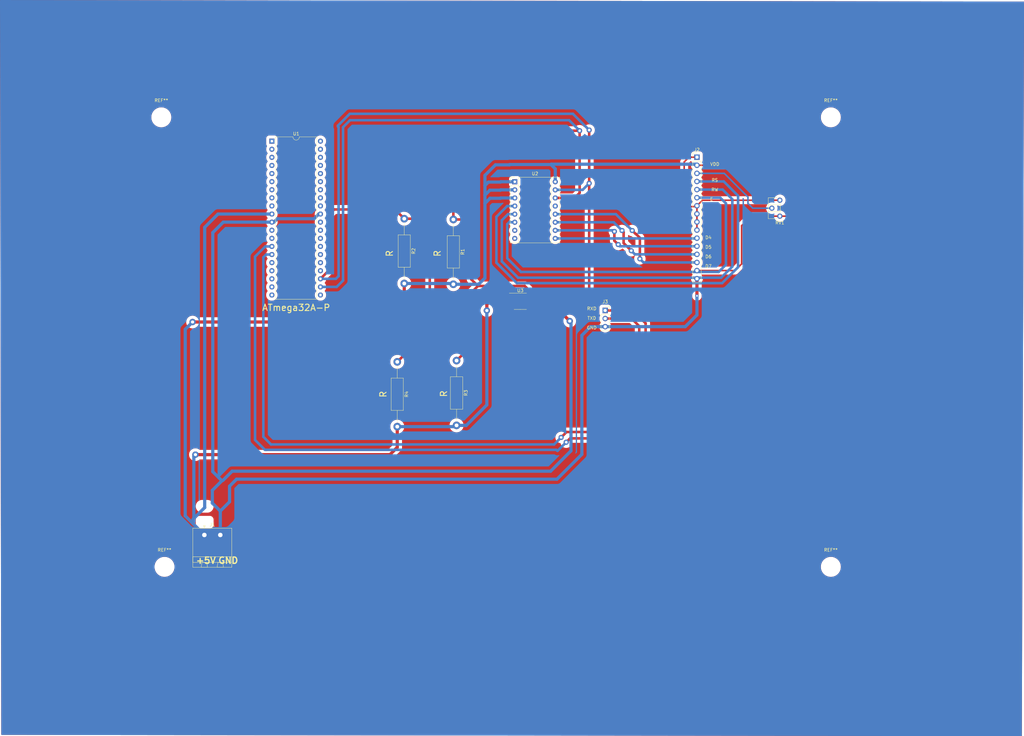
<source format=kicad_pcb>
(kicad_pcb (version 20211014) (generator pcbnew)
  (layers (0 "F.Cu" signal) (31 "B.Cu" signal) (34 "B.Paste" user) (35 "F.Paste" user) (36 "B.SilkS" user "B.Silkscreen") (37 "F.SilkS" user "F.Silkscreen") (38 "B.Mask" user) (39 "F.Mask" user) (44 "Edge.Cuts" user))
  (net 0 "")
  (net 1 "Net-(J1-Pad1)")
  (net 2 "Net-(J1-Pad2)")
  (net 3 "Net-(R1-Pad1)")
  (net 4 "Net-(R2-Pad1)")
  (net 5 "Net-(J3-Pad1)")
  (net 6 "Net-(J3-Pad2)")
  (net 47 "Net-(RV1-Pad2)")
  (net 48 "Net-(U2-Pad4)")
  (net 49 "Net-(U2-Pad5)")
  (net 50 "Net-(U2-Pad6)")
  (net 51 "Net-(U2-Pad9)")
  (net 52 "Net-(U2-Pad10)")
  (net 53 "Net-(U2-Pad11)")
  (net 54 "Net-(U2-Pad12)")
  (footprint "Package_SO:SOIC-8_3.9x4.9mm_P1.27mm" (layer "F.Cu") (at 152.6 83.7)
    (fp_text reference "U3" (at 0 -3.4) (layer "F.SilkS"))
    (fp_text value "DS3232M")
    (fp_line (start 0 2.56) (end -1.95 2.56) (layer "F.SilkS") (width 0.12))
    (fp_line (start 0 -2.56) (end 1.95 -2.56) (layer "F.SilkS") (width 0.12))
    (fp_line (start 0 -2.56) (end -3.45 -2.56) (layer "F.SilkS") (width 0.12))
    (fp_line (start 0 2.56) (end 1.95 2.56) (layer "F.SilkS") (width 0.12))
    (pad "1" smd roundrect (at -2.475 -1.905) (size 1.95 0.6) (layers "F.Cu" "F.Paste" "F.Mask"))
    (pad "2" smd roundrect (at -2.475 -0.635) (size 1.95 0.6) (layers "F.Cu" "F.Paste" "F.Mask") (net 1 "Net-(J1-Pad1)"))
    (pad "3" smd roundrect (at -2.475 0.635) (size 1.95 0.6) (layers "F.Cu" "F.Paste" "F.Mask"))
    (pad "4" smd roundrect (at -2.475 1.905) (size 1.95 0.6) (layers "F.Cu" "F.Paste" "F.Mask"))
    (pad "5" smd roundrect (at 2.475 1.905) (size 1.95 0.6) (layers "F.Cu" "F.Paste" "F.Mask") (net 2 "Net-(J1-Pad2)"))
    (pad "6" smd roundrect (at 2.475 0.635) (size 1.95 0.6) (layers "F.Cu" "F.Paste" "F.Mask"))
    (pad "7" smd roundrect (at 2.475 -0.635) (size 1.95 0.6) (layers "F.Cu" "F.Paste" "F.Mask") (net 4 "Net-(R2-Pad1)"))
    (pad "8" smd roundrect (at 2.475 -1.905) (size 1.95 0.6) (layers "F.Cu" "F.Paste" "F.Mask") (net 3 "Net-(R1-Pad1)"))
  )
  (footprint "Module:Pololu_Breakout-16_15.2x20.3mm" (layer "F.Cu") (at 150.86 46.21)
    (fp_text reference "U2" (at 6.35 -2.54) (layer "F.SilkS"))
    (fp_text value "PCF8574")
    (fp_line (start 1.27 -1.4) (end 1.27 1.27) (layer "F.SilkS") (width 0.12))
    (fp_line (start 1.27 1.27) (end 1.27 19.18) (layer "F.SilkS") (width 0.12))
    (fp_line (start 0 -1.4) (end -1.4 -1.4) (layer "F.SilkS") (width 0.12))
    (fp_line (start 11.43 -1.4) (end 11.43 19.18) (layer "F.SilkS") (width 0.12))
    (fp_line (start 14.1 19.18) (end 14.1 -1.4) (layer "F.SilkS") (width 0.12))
    (fp_line (start -1.4 19.18) (end 14.1 19.18) (layer "F.SilkS") (width 0.12))
    (fp_line (start -1.4 1.27) (end -1.4 19.18) (layer "F.SilkS") (width 0.12))
    (fp_line (start -1.4 -1.4) (end -1.4 0) (layer "F.SilkS") (width 0.12))
    (fp_line (start 14.1 -1.4) (end 1.27 -1.4) (layer "F.SilkS") (width 0.12))
    (fp_line (start 1.27 1.27) (end -1.4 1.27) (layer "F.SilkS") (width 0.12))
    (pad "1" thru_hole rect (at 0 0) (size 1.6 1.6) (drill 0.8) (layers *.Cu *.Mask) (net 1 "Net-(J1-Pad1)"))
    (pad "2" thru_hole oval (at 0 2.54) (size 1.6 1.6) (drill 0.8) (layers *.Cu *.Mask) (net 1 "Net-(J1-Pad1)"))
    (pad "3" thru_hole oval (at 0 5.08) (size 1.6 1.6) (drill 0.8) (layers *.Cu *.Mask) (net 1 "Net-(J1-Pad1)"))
    (pad "4" thru_hole oval (at 0 7.62) (size 1.6 1.6) (drill 0.8) (layers *.Cu *.Mask) (net 48 "Net-(U2-Pad4)"))
    (pad "5" thru_hole oval (at 0 10.16) (size 1.6 1.6) (drill 0.8) (layers *.Cu *.Mask) (net 49 "Net-(U2-Pad5)"))
    (pad "6" thru_hole oval (at 0 12.7) (size 1.6 1.6) (drill 0.8) (layers *.Cu *.Mask) (net 50 "Net-(U2-Pad6)"))
    (pad "7" thru_hole oval (at 0 15.24) (size 1.6 1.6) (drill 0.8) (layers *.Cu *.Mask))
    (pad "8" thru_hole oval (at 0 17.78) (size 1.6 1.6) (drill 0.8) (layers *.Cu *.Mask))
    (pad "9" thru_hole oval (at 12.7 17.78) (size 1.6 1.6) (drill 0.8) (layers *.Cu *.Mask) (net 51 "Net-(U2-Pad9)"))
    (pad "10" thru_hole oval (at 12.7 15.24) (size 1.6 1.6) (drill 0.8) (layers *.Cu *.Mask) (net 52 "Net-(U2-Pad10)"))
    (pad "11" thru_hole oval (at 12.7 12.7) (size 1.6 1.6) (drill 0.8) (layers *.Cu *.Mask) (net 53 "Net-(U2-Pad11)"))
    (pad "12" thru_hole oval (at 12.7 10.16) (size 1.6 1.6) (drill 0.8) (layers *.Cu *.Mask) (net 54 "Net-(U2-Pad12)"))
    (pad "13" thru_hole oval (at 12.7 7.62) (size 1.6 1.6) (drill 0.8) (layers *.Cu *.Mask))
    (pad "14" thru_hole oval (at 12.7 5.08) (size 1.6 1.6) (drill 0.8) (layers *.Cu *.Mask) (net 3 "Net-(R1-Pad1)"))
    (pad "15" thru_hole oval (at 12.7 2.54) (size 1.6 1.6) (drill 0.8) (layers *.Cu *.Mask) (net 4 "Net-(R2-Pad1)"))
    (pad "16" thru_hole oval (at 12.7 0) (size 1.6 1.6) (drill 0.8) (layers *.Cu *.Mask) (net 1 "Net-(J1-Pad1)"))
  )
  (footprint "Resistor_THT:R_Axial_DIN0411_L9.9mm_D3.6mm_P20.32mm_Horizontal" (layer "F.Cu") (at 131.6 58.04 -90)
    (fp_text reference "R1" (at 10.16 -2.92 90) (layer "F.SilkS"))
    (fp_text value "R" (at 10.66 5 90) (layer "F.SilkS") (effects (font (size 2 2) (thickness 0.3))))
    (fp_line (start 15.23 -1.92) (end 5.09 -1.92) (layer "F.SilkS") (width 0.12))
    (fp_line (start 15.23 1.92) (end 15.23 -1.92) (layer "F.SilkS") (width 0.12))
    (fp_line (start 1.44 0) (end 5.09 0) (layer "F.SilkS") (width 0.12))
    (fp_line (start 5.09 -1.92) (end 5.09 1.92) (layer "F.SilkS") (width 0.12))
    (fp_line (start 5.09 1.92) (end 15.23 1.92) (layer "F.SilkS") (width 0.12))
    (fp_line (start 18.88 0) (end 15.23 0) (layer "F.SilkS") (width 0.12))
    (pad "1" thru_hole circle (at 0 0 270) (size 2.4 2.4) (drill 1.2) (layers *.Cu *.Mask) (net 3 "Net-(R1-Pad1)"))
    (pad "2" thru_hole oval (at 20.32 0 270) (size 2.4 2.4) (drill 1.2) (layers *.Cu *.Mask) (net 1 "Net-(J1-Pad1)"))
  )
  (footprint "Resistor_THT:R_Axial_DIN0411_L9.9mm_D3.6mm_P20.32mm_Horizontal" (layer "F.Cu") (at 114 102.7 -90)
    (fp_text reference "R4" (at 10.16 -2.92 90) (layer "F.SilkS"))
    (fp_text value "R" (at 10.16 4.4 90) (layer "F.SilkS") (effects (font (size 2 2) (thickness 0.3))))
    (fp_line (start 15.23 1.92) (end 15.23 -1.92) (layer "F.SilkS") (width 0.12))
    (fp_line (start 15.23 -1.92) (end 5.09 -1.92) (layer "F.SilkS") (width 0.12))
    (fp_line (start 5.09 1.92) (end 15.23 1.92) (layer "F.SilkS") (width 0.12))
    (fp_line (start 18.88 0) (end 15.23 0) (layer "F.SilkS") (width 0.12))
    (fp_line (start 1.44 0) (end 5.09 0) (layer "F.SilkS") (width 0.12))
    (fp_line (start 5.09 -1.92) (end 5.09 1.92) (layer "F.SilkS") (width 0.12))
    (pad "1" thru_hole circle (at 0 0 270) (size 2.4 2.4) (drill 1.2) (layers *.Cu *.Mask) (net 4 "Net-(R2-Pad1)"))
    (pad "2" thru_hole oval (at 20.32 0 270) (size 2.4 2.4) (drill 1.2) (layers *.Cu *.Mask) (net 1 "Net-(J1-Pad1)"))
  )
  (footprint "MountingHole:MountingHole_4.3mm_M4" (layer "F.Cu") (at 250 167)
    (fp_text reference "REF**" (at 0 -5.3) (layer "F.SilkS"))
    (fp_text value "MountingHole_4.3mm_M4")
    (pad "" np_thru_hole circle (at 0 0) (size 4.3 4.3) (drill 4.3) (layers *.Cu *.Mask))
  )
  (footprint "Resistor_THT:R_Axial_DIN0411_L9.9mm_D3.6mm_P20.32mm_Horizontal" (layer "F.Cu") (at 116.2 57.8 -90)
    (fp_text reference "R2" (at 10.16 -2.92 90) (layer "F.SilkS"))
    (fp_text value "R" (at 10.9 4.6 90) (layer "F.SilkS") (effects (font (size 2 2) (thickness 0.3))))
    (fp_line (start 18.88 0) (end 15.23 0) (layer "F.SilkS") (width 0.12))
    (fp_line (start 5.09 -1.92) (end 5.09 1.92) (layer "F.SilkS") (width 0.12))
    (fp_line (start 15.23 1.92) (end 15.23 -1.92) (layer "F.SilkS") (width 0.12))
    (fp_line (start 15.23 -1.92) (end 5.09 -1.92) (layer "F.SilkS") (width 0.12))
    (fp_line (start 5.09 1.92) (end 15.23 1.92) (layer "F.SilkS") (width 0.12))
    (fp_line (start 1.44 0) (end 5.09 0) (layer "F.SilkS") (width 0.12))
    (pad "1" thru_hole circle (at 0 0 270) (size 2.4 2.4) (drill 1.2) (layers *.Cu *.Mask) (net 4 "Net-(R2-Pad1)"))
    (pad "2" thru_hole oval (at 20.32 0 270) (size 2.4 2.4) (drill 1.2) (layers *.Cu *.Mask) (net 1 "Net-(J1-Pad1)"))
  )
  (footprint "Resistor_THT:R_Axial_DIN0411_L9.9mm_D3.6mm_P20.32mm_Horizontal" (layer "F.Cu") (at 132.6 102.3 -90)
    (fp_text reference "R3" (at 10.16 -2.92 90) (layer "F.SilkS"))
    (fp_text value "R" (at 10.4 4 90) (layer "F.SilkS") (effects (font (size 2 2) (thickness 0.3))))
    (fp_line (start 15.23 -1.92) (end 5.09 -1.92) (layer "F.SilkS") (width 0.12))
    (fp_line (start 15.23 1.92) (end 15.23 -1.92) (layer "F.SilkS") (width 0.12))
    (fp_line (start 5.09 1.92) (end 15.23 1.92) (layer "F.SilkS") (width 0.12))
    (fp_line (start 18.88 0) (end 15.23 0) (layer "F.SilkS") (width 0.12))
    (fp_line (start 5.09 -1.92) (end 5.09 1.92) (layer "F.SilkS") (width 0.12))
    (fp_line (start 1.44 0) (end 5.09 0) (layer "F.SilkS") (width 0.12))
    (pad "1" thru_hole circle (at 0 0 270) (size 2.4 2.4) (drill 1.2) (layers *.Cu *.Mask) (net 3 "Net-(R1-Pad1)"))
    (pad "2" thru_hole oval (at 20.32 0 270) (size 2.4 2.4) (drill 1.2) (layers *.Cu *.Mask) (net 1 "Net-(J1-Pad1)"))
  )
  (footprint "Potentiometer_THT:Potentiometer_ACP_CA6-H2,5_Horizontal" (layer "F.Cu") (at 234 57 180)
    (fp_text reference "RV1" (at 0 -2.06) (layer "F.SilkS"))
    (fp_text value "R_Potentiometer")
    (fp_line (start 3.62 -0.77) (end 3.62 5.77) (layer "F.SilkS") (width 0.12))
    (fp_line (start 0.925 5.77) (end 3.62 5.77) (layer "F.SilkS") (width 0.12))
    (fp_line (start -0.121 1.066) (end -0.121 3.935) (layer "F.SilkS") (width 0.12))
    (fp_line (start -0.121 3.62) (end 3.62 3.62) (layer "F.SilkS") (width 0.12))
    (fp_line (start 3.62 1.38) (end 3.62 3.62) (layer "F.SilkS") (width 0.12))
    (fp_line (start -0.121 1.38) (end 3.62 1.38) (layer "F.SilkS") (width 0.12))
    (fp_line (start 0.925 -0.77) (end 3.62 -0.77) (layer "F.SilkS") (width 0.12))
    (fp_line (start -0.121 1.38) (end -0.121 3.62) (layer "F.SilkS") (width 0.12))
    (pad "1" thru_hole circle (at 0 0 180) (size 1.62 1.62) (drill 0.9) (layers *.Cu *.Mask) (net 1 "Net-(J1-Pad1)"))
    (pad "2" thru_hole circle (at 2.5 2.5 180) (size 1.62 1.62) (drill 0.9) (layers *.Cu *.Mask) (net 47 "Net-(RV1-Pad2)"))
    (pad "3" thru_hole circle (at 0 5 180) (size 1.62 1.62) (drill 0.9) (layers *.Cu *.Mask) (net 2 "Net-(J1-Pad2)"))
  )
  (footprint "Connector_PinSocket_2.54mm:PinSocket_1x03_P2.54mm_Vertical" (layer "F.Cu") (at 179.225 86.575)
    (fp_text reference "J3" (at 0 -2.77) (layer "F.SilkS"))
    (fp_text value "GSM Connecetor")
    (fp_line (start 0 -1.33) (end 1.33 -1.33) (layer "F.SilkS") (width 0.12))
    (fp_line (start -1.33 6.41) (end 1.33 6.41) (layer "F.SilkS") (width 0.12))
    (fp_line (start 1.33 1.27) (end 1.33 6.41) (layer "F.SilkS") (width 0.12))
    (fp_line (start 1.33 -1.33) (end 1.33 0) (layer "F.SilkS") (width 0.12))
    (fp_line (start -1.33 1.27) (end 1.33 1.27) (layer "F.SilkS") (width 0.12))
    (fp_line (start -1.33 1.27) (end -1.33 6.41) (layer "F.SilkS") (width 0.12))
    (pad "1" thru_hole rect (at 0 0) (size 1.7 1.7) (drill 1) (layers *.Cu *.Mask) (net 5 "Net-(J3-Pad1)"))
    (pad "2" thru_hole oval (at 0 2.54) (size 1.7 1.7) (drill 1) (layers *.Cu *.Mask) (net 6 "Net-(J3-Pad2)"))
    (pad "3" thru_hole oval (at 0 5.08) (size 1.7 1.7) (drill 1) (layers *.Cu *.Mask) (net 2 "Net-(J1-Pad2)"))
  )
  (footprint "MountingHole:MountingHole_4.3mm_M4" (layer "F.Cu") (at 40 26)
    (fp_text reference "REF**" (at 0 -5.3) (layer "F.SilkS"))
    (fp_text value "MountingHole_4.3mm_M4")
    (pad "" np_thru_hole circle (at 0 0) (size 4.3 4.3) (drill 4.3) (layers *.Cu *.Mask))
  )
  (footprint "MountingHole:MountingHole_4.3mm_M4" (layer "F.Cu") (at 250 26)
    (fp_text reference "REF**" (at 0 -5.3) (layer "F.SilkS"))
    (fp_text value "MountingHole_4.3mm_M4")
    (pad "" np_thru_hole circle (at 0 0) (size 4.3 4.3) (drill 4.3) (layers *.Cu *.Mask))
  )
  (footprint "MountingHole:MountingHole_4.3mm_M4" (layer "F.Cu") (at 41 167)
    (fp_text reference "REF**" (at 0 -5.3) (layer "F.SilkS"))
    (fp_text value "MountingHole_4.3mm_M4")
    (pad "" np_thru_hole circle (at 0 0) (size 4.3 4.3) (drill 4.3) (layers *.Cu *.Mask))
  )
  (footprint "Connector_PinHeader_2.54mm:PinHeader_1x16_P2.54mm_Vertical" (layer "F.Cu") (at 208 38.5)
    (fp_text reference "J2" (at 0 -2.33) (layer "F.SilkS"))
    (fp_text value "LCD Connector")
    (fp_line (start 1.33 1.27) (end 1.33 39.43) (layer "F.SilkS") (width 0.12))
    (fp_line (start -1.33 -1.33) (end 0 -1.33) (layer "F.SilkS") (width 0.12))
    (fp_line (start -1.33 1.27) (end -1.33 39.43) (layer "F.SilkS") (width 0.12))
    (fp_line (start -1.33 0) (end -1.33 -1.33) (layer "F.SilkS") (width 0.12))
    (fp_line (start -1.33 39.43) (end 1.33 39.43) (layer "F.SilkS") (width 0.12))
    (fp_line (start -1.33 1.27) (end 1.33 1.27) (layer "F.SilkS") (width 0.12))
    (pad "1" thru_hole rect (at 0 0) (size 1.7 1.7) (drill 1) (layers *.Cu *.Mask) (net 2 "Net-(J1-Pad2)"))
    (pad "2" thru_hole oval (at 0 2.54) (size 1.7 1.7) (drill 1) (layers *.Cu *.Mask) (net 1 "Net-(J1-Pad1)"))
    (pad "3" thru_hole oval (at 0 5.08) (size 1.7 1.7) (drill 1) (layers *.Cu *.Mask) (net 47 "Net-(RV1-Pad2)"))
    (pad "4" thru_hole oval (at 0 7.62) (size 1.7 1.7) (drill 1) (layers *.Cu *.Mask) (net 48 "Net-(U2-Pad4)"))
    (pad "5" thru_hole oval (at 0 10.16) (size 1.7 1.7) (drill 1) (layers *.Cu *.Mask) (net 49 "Net-(U2-Pad5)"))
    (pad "6" thru_hole oval (at 0 12.7) (size 1.7 1.7) (drill 1) (layers *.Cu *.Mask) (net 50 "Net-(U2-Pad6)"))
    (pad "7" thru_hole oval (at 0 15.24) (size 1.7 1.7) (drill 1) (layers *.Cu *.Mask) (net 2 "Net-(J1-Pad2)"))
    (pad "8" thru_hole oval (at 0 17.78) (size 1.7 1.7) (drill 1) (layers *.Cu *.Mask) (net 2 "Net-(J1-Pad2)"))
    (pad "9" thru_hole oval (at 0 20.32) (size 1.7 1.7) (drill 1) (layers *.Cu *.Mask) (net 2 "Net-(J1-Pad2)"))
    (pad "10" thru_hole oval (at 0 22.86) (size 1.7 1.7) (drill 1) (layers *.Cu *.Mask) (net 2 "Net-(J1-Pad2)"))
    (pad "11" thru_hole oval (at 0 25.4) (size 1.7 1.7) (drill 1) (layers *.Cu *.Mask) (net 51 "Net-(U2-Pad9)"))
    (pad "12" thru_hole oval (at 0 27.94) (size 1.7 1.7) (drill 1) (layers *.Cu *.Mask) (net 52 "Net-(U2-Pad10)"))
    (pad "13" thru_hole oval (at 0 30.48) (size 1.7 1.7) (drill 1) (layers *.Cu *.Mask) (net 53 "Net-(U2-Pad11)"))
    (pad "14" thru_hole oval (at 0 33.02) (size 1.7 1.7) (drill 1) (layers *.Cu *.Mask) (net 54 "Net-(U2-Pad12)"))
    (pad "15" thru_hole oval (at 0 35.56) (size 1.7 1.7) (drill 1) (layers *.Cu *.Mask) (net 1 "Net-(J1-Pad1)"))
    (pad "16" thru_hole oval (at 0 38.1) (size 1.7 1.7) (drill 1) (layers *.Cu *.Mask) (net 2 "Net-(J1-Pad2)"))
  )
  (footprint "Package_DIP:DIP-40_W15.24mm" (layer "F.Cu") (at 74.675 33.475)
    (fp_text reference "U1" (at 7.62 -2.33) (layer "F.SilkS"))
    (fp_text value "ATmega32A-P" (at 7.62 52.225) (layer "F.SilkS") (effects (font (size 2 2) (thickness 0.3))))
    (fp_line (start 6.62 -1.33) (end 1.16 -1.33) (layer "F.SilkS") (width 0.12))
    (fp_line (start 1.16 -1.33) (end 1.16 49.59) (layer "F.SilkS") (width 0.12))
    (fp_line (start 14.08 49.59) (end 14.08 -1.33) (layer "F.SilkS") (width 0.12))
    (fp_line (start 1.16 49.59) (end 14.08 49.59) (layer "F.SilkS") (width 0.12))
    (fp_line (start 14.08 -1.33) (end 8.62 -1.33) (layer "F.SilkS") (width 0.12))
    (fp_arc (start 8.62 -1.33) (mid 7.62 -0.33) (end 6.62 -1.33) (layer "F.SilkS") (width 0.12))
    (pad "1" thru_hole rect (at 0 0) (size 1.6 1.6) (drill 0.8) (layers *.Cu *.Mask))
    (pad "2" thru_hole oval (at 0 2.54) (size 1.6 1.6) (drill 0.8) (layers *.Cu *.Mask))
    (pad "3" thru_hole oval (at 0 5.08) (size 1.6 1.6) (drill 0.8) (layers *.Cu *.Mask))
    (pad "4" thru_hole oval (at 0 7.62) (size 1.6 1.6) (drill 0.8) (layers *.Cu *.Mask))
    (pad "5" thru_hole oval (at 0 10.16) (size 1.6 1.6) (drill 0.8) (layers *.Cu *.Mask))
    (pad "6" thru_hole oval (at 0 12.7) (size 1.6 1.6) (drill 0.8) (layers *.Cu *.Mask))
    (pad "7" thru_hole oval (at 0 15.24) (size 1.6 1.6) (drill 0.8) (layers *.Cu *.Mask))
    (pad "8" thru_hole oval (at 0 17.78) (size 1.6 1.6) (drill 0.8) (layers *.Cu *.Mask))
    (pad "9" thru_hole oval (at 0 20.32) (size 1.6 1.6) (drill 0.8) (layers *.Cu *.Mask))
    (pad "10" thru_hole oval (at 0 22.86) (size 1.6 1.6) (drill 0.8) (layers *.Cu *.Mask) (net 1 "Net-(J1-Pad1)"))
    (pad "11" thru_hole oval (at 0 25.4) (size 1.6 1.6) (drill 0.8) (layers *.Cu *.Mask) (net 2 "Net-(J1-Pad2)"))
    (pad "12" thru_hole oval (at 0 27.94) (size 1.6 1.6) (drill 0.8) (layers *.Cu *.Mask))
    (pad "13" thru_hole oval (at 0 30.48) (size 1.6 1.6) (drill 0.8) (layers *.Cu *.Mask))
    (pad "14" thru_hole oval (at 0 33.02) (size 1.6 1.6) (drill 0.8) (layers *.Cu *.Mask) (net 5 "Net-(J3-Pad1)"))
    (pad "15" thru_hole oval (at 0 35.56) (size 1.6 1.6) (drill 0.8) (layers *.Cu *.Mask) (net 6 "Net-(J3-Pad2)"))
    (pad "16" thru_hole oval (at 0 38.1) (size 1.6 1.6) (drill 0.8) (layers *.Cu *.Mask))
    (pad "17" thru_hole oval (at 0 40.64) (size 1.6 1.6) (drill 0.8) (layers *.Cu *.Mask))
    (pad "18" thru_hole oval (at 0 43.18) (size 1.6 1.6) (drill 0.8) (layers *.Cu *.Mask))
    (pad "19" thru_hole oval (at 0 45.72) (size 1.6 1.6) (drill 0.8) (layers *.Cu *.Mask))
    (pad "20" thru_hole oval (at 0 48.26) (size 1.6 1.6) (drill 0.8) (layers *.Cu *.Mask))
    (pad "21" thru_hole oval (at 15.24 48.26) (size 1.6 1.6) (drill 0.8) (layers *.Cu *.Mask))
    (pad "22" thru_hole oval (at 15.24 45.72) (size 1.6 1.6) (drill 0.8) (layers *.Cu *.Mask) (net 3 "Net-(R1-Pad1)"))
    (pad "23" thru_hole oval (at 15.24 43.18) (size 1.6 1.6) (drill 0.8) (layers *.Cu *.Mask) (net 4 "Net-(R2-Pad1)"))
    (pad "24" thru_hole oval (at 15.24 40.64) (size 1.6 1.6) (drill 0.8) (layers *.Cu *.Mask))
    (pad "25" thru_hole oval (at 15.24 38.1) (size 1.6 1.6) (drill 0.8) (layers *.Cu *.Mask))
    (pad "26" thru_hole oval (at 15.24 35.56) (size 1.6 1.6) (drill 0.8) (layers *.Cu *.Mask))
    (pad "27" thru_hole oval (at 15.24 33.02) (size 1.6 1.6) (drill 0.8) (layers *.Cu *.Mask))
    (pad "28" thru_hole oval (at 15.24 30.48) (size 1.6 1.6) (drill 0.8) (layers *.Cu *.Mask))
    (pad "29" thru_hole oval (at 15.24 27.94) (size 1.6 1.6) (drill 0.8) (layers *.Cu *.Mask))
    (pad "30" thru_hole oval (at 15.24 25.4) (size 1.6 1.6) (drill 0.8) (layers *.Cu *.Mask))
    (pad "31" thru_hole oval (at 15.24 22.86) (size 1.6 1.6) (drill 0.8) (layers *.Cu *.Mask) (net 2 "Net-(J1-Pad2)"))
    (pad "32" thru_hole oval (at 15.24 20.32) (size 1.6 1.6) (drill 0.8) (layers *.Cu *.Mask))
    (pad "33" thru_hole oval (at 15.24 17.78) (size 1.6 1.6) (drill 0.8) (layers *.Cu *.Mask))
    (pad "34" thru_hole oval (at 15.24 15.24) (size 1.6 1.6) (drill 0.8) (layers *.Cu *.Mask))
    (pad "35" thru_hole oval (at 15.24 12.7) (size 1.6 1.6) (drill 0.8) (layers *.Cu *.Mask))
    (pad "36" thru_hole oval (at 15.24 10.16) (size 1.6 1.6) (drill 0.8) (layers *.Cu *.Mask))
    (pad "37" thru_hole oval (at 15.24 7.62) (size 1.6 1.6) (drill 0.8) (layers *.Cu *.Mask))
    (pad "38" thru_hole oval (at 15.24 5.08) (size 1.6 1.6) (drill 0.8) (layers *.Cu *.Mask))
    (pad "39" thru_hole oval (at 15.24 2.54) (size 1.6 1.6) (drill 0.8) (layers *.Cu *.Mask))
    (pad "40" thru_hole oval (at 15.24 0) (size 1.6 1.6) (drill 0.8) (layers *.Cu *.Mask))
  )
  (footprint "Connector_Phoenix_MSTB:PhoenixContact_MSTBA_2,5_2-G_1x02_P5.00mm_Horizontal" (layer "F.Cu") (at 53.5 157)
    (fp_text reference "J1" (at 2.5 -3.2) (layer "F.SilkS"))
    (fp_text value "Power IN")
    (fp_line (start 5.75 8.61) (end 4.25 8.61) (layer "F.SilkS") (width 0.12))
    (fp_line (start 8.61 6.81) (end 8.61 8.61) (layer "F.SilkS") (width 0.12))
    (fp_line (start 0.3 -2.91) (end 0 -2.31) (layer "F.SilkS") (width 0.12))
    (fp_line (start 0 -2.31) (end -0.3 -2.91) (layer "F.SilkS") (width 0.12))
    (fp_line (start 0.75 8.61) (end -0.75 8.61) (layer "F.SilkS") (width 0.12))
    (fp_line (start 8.61 -2.11) (end -3.61 -2.11) (layer "F.SilkS") (width 0.12))
    (fp_line (start -0.3 -2.91) (end 0.3 -2.91) (layer "F.SilkS") (width 0.12))
    (fp_line (start 1 10.11) (end 0.75 8.61) (layer "F.SilkS") (width 0.12))
    (fp_line (start 6 10.11) (end 5.75 8.61) (layer "F.SilkS") (width 0.12))
    (fp_line (start -3.61 10.11) (end 8.61 10.11) (layer "F.SilkS") (width 0.12))
    (fp_line (start -3.61 8.61) (end -3.61 6.81) (layer "F.SilkS") (width 0.12))
    (fp_line (start -3.61 6.81) (end 8.61 6.81) (layer "F.SilkS") (width 0.12))
    (fp_line (start 4.25 8.61) (end 4 10.11) (layer "F.SilkS") (width 0.12))
    (fp_line (start -0.75 8.61) (end -1 10.11) (layer "F.SilkS") (width 0.12))
    (fp_line (start 8.61 10.11) (end 8.61 -2.11) (layer "F.SilkS") (width 0.12))
    (fp_line (start -3.61 -2.11) (end -3.61 10.11) (layer "F.SilkS") (width 0.12))
    (fp_line (start 8.61 8.61) (end -3.61 8.61) (layer "F.SilkS") (width 0.12))
    (fp_line (start -1 10.11) (end 1 10.11) (layer "F.SilkS") (width 0.12))
    (fp_line (start 4 10.11) (end 6 10.11) (layer "F.SilkS") (width 0.12))
    (pad "1" thru_hole roundrect (at 0 0) (size 2 3.6) (drill 1.4) (layers *.Cu *.Mask) (roundrect_rratio 0.125) (net 1 "Net-(J1-Pad1)"))
    (pad "2" thru_hole oval (at 5 0) (size 2 3.6) (drill 1.4) (layers *.Cu *.Mask) (net 2 "Net-(J1-Pad2)"))
  )
  (gr_text "VDD" (at 213.6 40.7) (layer "F.SilkS") (effects (font (size 1 1))))
  (gr_text "GND" (at 61 165) (layer "F.SilkS") (effects (font (size 2 2) (thickness 0.4))))
  (gr_text "RXD" (at 175 86) (layer "F.SilkS") (effects (font (size 1 1))))
  (gr_text "D6" (at 211.6 69.7) (layer "F.SilkS") (effects (font (size 1 1))))
  (gr_text "RS" (at 213.6 45.7) (layer "F.SilkS") (effects (font (size 1 1))))
  (gr_text "GND\n" (at 175 92) (layer "F.SilkS") (effects (font (size 1 1))))
  (gr_text "RW" (at 213.6 48.7) (layer "F.SilkS") (effects (font (size 1 1))))
  (gr_text "D5" (at 211.6 66.7) (layer "F.SilkS") (effects (font (size 1 1))))
  (gr_text "E" (at 212.6 51.7) (layer "F.SilkS") (effects (font (size 1 1))))
  (gr_text "D4" (at 211.6 63.7) (layer "F.SilkS") (effects (font (size 1 1))))
  (gr_text "+5V" (at 54 165) (layer "F.SilkS") (effects (font (size 2 2) (thickness 0.4))))
  (gr_text "TXD" (at 175 89) (layer "F.SilkS") (effects (font (size 1 1))))
  (gr_text "D7" (at 211.6 72.7) (layer "F.SilkS") (effects (font (size 1 1))))
  (segment (start 49.8 90.2) (end 113.7 90.2) (width 1) (layer "F.Cu") (net 1))
  (segment (start 111.7 131.8) (end 114 129.5) (width 1) (layer "F.Cu") (net 1))
  (segment (start 50.7 131.8) (end 111.7 131.8) (width 1) (layer "F.Cu") (net 1))
  (segment (start 234 57) (end 225 57) (width 0.5) (layer "F.Cu") (net 1))
  (segment (start 238.96 41.04) (end 208 41.04) (width 0.5) (layer "F.Cu") (net 1))
  (segment (start 143.735 83.065) (end 150.125 83.065) (width 1) (layer "F.Cu") (net 1))
  (segment (start 241 52) (end 241 43) (width 0.5) (layer "F.Cu") (net 1))
  (segment (start 239 41) (end 238.96 41.04) (width 0.5) (layer "F.Cu") (net 1))
  (segment (start 222 72) (end 219.94 74.06) (width 0.5) (layer "F.Cu") (net 1))
  (segment (start 142.1 84.7) (end 143.735 83.065) (width 1) (layer "F.Cu") (net 1))
  (segment (start 142.1 86.6) (end 142.1 84.7) (width 1) (layer "F.Cu") (net 1))
  (segment (start 116.2 87.7) (end 116.2 78.12) (width 1) (layer "F.Cu") (net 1))
  (segment (start 225 57) (end 222 60) (width 0.5) (layer "F.Cu") (net 1))
  (segment (start 113.7 90.2) (end 116.2 87.7) (width 1) (layer "F.Cu") (net 1))
  (segment (start 241 43) (end 239 41) (width 0.5) (layer "F.Cu") (net 1))
  (segment (start 234 57) (end 236 57) (width 0.5) (layer "F.Cu") (net 1))
  (segment (start 219.94 74.06) (end 208 74.06) (width 0.5) (layer "F.Cu") (net 1))
  (segment (start 222 60) (end 222 72) (width 0.5) (layer "F.Cu") (net 1))
  (segment (start 236 57) (end 241 52) (width 0.5) (layer "F.Cu") (net 1))
  (segment (start 114 129.5) (end 114 123.02) (width 1) (layer "F.Cu") (net 1))
  (via (at 50.7 131.8) (size 2) (drill 1) (layers "F.Cu" "B.Cu") (net 1))
  (via (at 142.1 86.6) (size 2) (drill 1) (layers "F.Cu" "B.Cu") (net 1))
  (via (at 49.8 90.2) (size 2) (drill 1) (layers "F.Cu" "B.Cu") (net 1))
  (segment (start 142.59 46.31) (end 146.36 46.31) (width 1) (layer "B.Cu") (net 1))
  (segment (start 163.56 42.16) (end 163.56 46.21) (width 1) (layer "B.Cu") (net 1))
  (segment (start 149.51 58.91) (end 149.3 58.7) (width 0.8) (layer "B.Cu") (net 1))
  (segment (start 131.6 78.36) (end 139.54 78.36) (width 1) (layer "B.Cu") (net 1))
  (segment (start 149.3 58.7) (end 148.5 59.5) (width 0.8) (layer "B.Cu") (net 1))
  (segment (start 132.6 122.62) (end 135.52 122.62) (width 1) (layer "B.Cu") (net 1))
  (segment (start 131.36 78.12) (end 131.6 78.36) (width 1) (layer "B.Cu") (net 1))
  (segment (start 146.46 46.21) (end 150.86 46.21) (width 1) (layer "B.Cu") (net 1))
  (segment (start 146.46 51.29) (end 150.86 51.29) (width 1) (layer "B.Cu") (net 1))
  (segment (start 142.1 116.2) (end 142.1 86.6) (width 1) (layer "B.Cu") (net 1))
  (segment (start 135.52 122.62) (end 135.6 122.7) (width 1) (layer "B.Cu") (net 1))
  (segment (start 152.8 74.5) (end 214.8 74.5) (width 0.8) (layer "B.Cu") (net 1))
  (segment (start 148.5 59.5) (end 148.5 70.2) (width 0.8) (layer "B.Cu") (net 1))
  (segment (start 144.8 40.9) (end 149.2 40.9) (width 1) (layer "B.Cu") (net 1))
  (segment (start 53.6 60.5) (end 53.6 148.4) (width 1) (layer "B.Cu") (net 1))
  (segment (start 141.5 53) (end 143.11 51.39) (width 1) (layer "B.Cu") (net 1))
  (segment (start 47.5 151) (end 50 153.5) (width 1) (layer "B.Cu") (net 1))
  (segment (start 53.6 148.4) (end 50 152) (width 1) (layer "B.Cu") (net 1))
  (segment (start 50 153.5) (end 53.5 157) (width 1) (layer "B.Cu") (net 1))
  (segment (start 132.2 123.02) (end 132.6 122.62) (width 1) (layer "B.Cu") (net 1))
  (segment (start 149.2 40.9) (end 149.3 40.8) (width 1) (layer "B.Cu") (net 1))
  (segment (start 74.675 56.335) (end 57.765 56.335) (width 1) (layer "B.Cu") (net 1))
  (segment (start 143.11 51.39) (end 146.36 51.39) (width 1) (layer "B.Cu") (net 1))
  (segment (start 57.765 56.335) (end 53.6 60.5) (width 1) (layer "B.Cu") (net 1))
  (segment (start 50 153) (end 50 152) (width 1) (layer "B.Cu") (net 1))
  (segment (start 214.8 74.5) (end 217.1 72.2) (width 0.8) (layer "B.Cu") (net 1))
  (segment (start 162.2 40.8) (end 162.3 40.7) (width 1) (layer "B.Cu") (net 1))
  (segment (start 50.7 131.8) (end 50.2 132.3) (width 1) (layer "B.Cu") (net 1))
  (segment (start 162.3 40.7) (end 207.66 40.7) (width 1) (layer "B.Cu") (net 1))
  (segment (start 217.1 72.2) (end 217.1 53) (width 0.8) (layer "B.Cu") (net 1))
  (segment (start 141.5 47.4) (end 142.59 46.31) (width 1) (layer "B.Cu") (net 1))
  (segment (start 207.66 40.7) (end 208 41.04) (width 1) (layer "B.Cu") (net 1))
  (segment (start 146.36 46.31) (end 146.46 46.21) (width 1) (layer "B.Cu") (net 1))
  (segment (start 116.2 78.12) (end 131.36 78.12) (width 1) (layer "B.Cu") (net 1))
  (segment (start 135.6 122.7) (end 142.1 116.2) (width 1) (layer "B.Cu") (net 1))
  (segment (start 141.5 50.4) (end 143.05 48.85) (width 1) (layer "B.Cu") (net 1))
  (segment (start 215.3 51.2) (end 208 51.2) (width 0.8) (layer "B.Cu") (net 1))
  (segment (start 146.36 51.39) (end 146.46 51.29) (width 1) (layer "B.Cu") (net 1))
  (segment (start 149.3 40.8) (end 162.2 40.8) (width 1) (layer "B.Cu") (net 1))
  (segment (start 50.2 132.3) (end 50.2 152.8) (width 1) (layer "B.Cu") (net 1))
  (segment (start 141.5 44.2) (end 144.8 40.9) (width 1) (layer "B.Cu") (net 1))
  (segment (start 141.5 76.4) (end 141.5 53) (width 1) (layer "B.Cu") (net 1))
  (segment (start 146.46 48.75) (end 150.86 48.75) (width 1) (layer "B.Cu") (net 1))
  (segment (start 47.5 92.5) (end 47.5 151) (width 1) (layer "B.Cu") (net 1))
  (segment (start 50.2 152.8) (end 50 153) (width 1) (layer "B.Cu") (net 1))
  (segment (start 49.8 90.2) (end 47.5 92.5) (width 1) (layer "B.Cu") (net 1))
  (segment (start 141.5 47.4) (end 141.5 44.2) (width 1) (layer "B.Cu") (net 1))
  (segment (start 217.1 53) (end 215.3 51.2) (width 0.8) (layer "B.Cu") (net 1))
  (segment (start 150.86 58.91) (end 149.51 58.91) (width 0.8) (layer "B.Cu") (net 1))
  (segment (start 50 152) (end 50 153.5) (width 1) (layer "B.Cu") (net 1))
  (segment (start 143.05 48.85) (end 146.36 48.85) (width 1) (layer "B.Cu") (net 1))
  (segment (start 162.2 40.8) (end 163.56 42.16) (width 1) (layer "B.Cu") (net 1))
  (segment (start 139.54 78.36) (end 141.5 76.4) (width 1) (layer "B.Cu") (net 1))
  (segment (start 146.36 48.85) (end 146.46 48.75) (width 1) (layer "B.Cu") (net 1))
  (segment (start 114 123.02) (end 132.2 123.02) (width 1) (layer "B.Cu") (net 1))
  (segment (start 148.5 70.2) (end 152.8 74.5) (width 0.8) (layer "B.Cu") (net 1))
  (segment (start 141.5 53) (end 141.5 50.4) (width 1) (layer "B.Cu") (net 1))
  (segment (start 141.5 50.4) (end 141.5 47.4) (width 1) (layer "B.Cu") (net 1))
  (segment (start 208 58.82) (end 208 61.36) (width 0.5) (layer "F.Cu") (net 2))
  (segment (start 208 56.28) (end 208 58.82) (width 0.5) (layer "F.Cu") (net 2))
  (segment (start 208 82) (end 208 76.6) (width 1) (layer "F.Cu") (net 2))
  (segment (start 205.5 38.5) (end 204 40) (width 0.5) (layer "F.Cu") (net 2))
  (segment (start 209.74 52) (end 208 53.74) (width 0.5) (layer "F.Cu") (net 2))
  (segment (start 207.74 54) (end 208 53.74) (width 0.5) (layer "F.Cu") (net 2))
  (segment (start 168.1 89.9) (end 163.805 85.605) (width 1) (layer "F.Cu") (net 2))
  (segment (start 208 38.5) (end 205.5 38.5) (width 0.5) (layer "F.Cu") (net 2))
  (segment (start 163.805 85.605) (end 155.075 85.605) (width 1) (layer "F.Cu") (net 2))
  (segment (start 204 53) (end 205 54) (width 0.5) (layer "F.Cu") (net 2))
  (segment (start 205 54) (end 207.74 54) (width 0.5) (layer "F.Cu") (net 2))
  (segment (start 204 40) (end 204 53) (width 0.5) (layer "F.Cu") (net 2))
  (segment (start 208 53.74) (end 208 56.28) (width 0.5) (layer "F.Cu") (net 2))
  (segment (start 234 52) (end 209.74 52) (width 0.5) (layer "F.Cu") (net 2))
  (via (at 168.1 89.9) (size 2) (drill 1) (layers "F.Cu" "B.Cu") (net 2))
  (via (at 208 82) (size 1) (drill 0.5) (layers "F.Cu" "B.Cu") (net 2))
  (segment (start 74.675 58.875) (end 59.425 58.875) (width 1) (layer "B.Cu") (net 2))
  (segment (start 162.1 137) (end 62.2 137) (width 1) (layer "B.Cu") (net 2))
  (segment (start 219.1 51.7) (end 216.06 48.66) (width 0.8) (layer "B.Cu") (net 2))
  (segment (start 151.9 76.3) (end 215.6 76.3) (width 0.8) (layer "B.Cu") (net 2))
  (segment (start 208 88) (end 208 82) (width 1) (layer "B.Cu") (net 2))
  (segment (start 148.73 56.37) (end 146.8 58.3) (width 0.8) (layer "B.Cu") (net 2))
  (segment (start 205 91) (end 208 88) (width 1) (layer "B.Cu") (net 2))
  (segment (start 168.1 89.9) (end 168.499511 90.299511) (width 1) (layer "B.Cu") (net 2))
  (segment (start 179.225 91.655) (end 204.345 91.655) (width 1) (layer "B.Cu") (net 2))
  (segment (start 76.4 57.8) (end 87.9 57.8) (width 1) (layer "B.Cu") (net 2))
  (segment (start 56 147) (end 58.5 149.5) (width 1) (layer "B.Cu") (net 2))
  (segment (start 59 140) (end 56 143) (width 1) (layer "B.Cu") (net 2))
  (segment (start 219.1 72.8) (end 219.1 51.7) (width 0.8) (layer "B.Cu") (net 2))
  (segment (start 59.425 58.875) (end 56.14 62.16) (width 1) (layer "B.Cu") (net 2))
  (segment (start 171.9 131.7) (end 164.1 139.5) (width 1) (layer "B.Cu") (net 2))
  (segment (start 58.5 149.5) (end 58.5 157) (width 1) (layer "B.Cu") (net 2))
  (segment (start 146.8 71.2) (end 151.9 76.3) (width 0.8) (layer "B.Cu") (net 2))
  (segment (start 168.499511 90.299511) (end 168.499511 130.600489) (width 1) (layer "B.Cu") (net 2))
  (segment (start 168.499511 130.600489) (end 162.1 137) (width 1) (layer "B.Cu") (net 2))
  (segment (start 216.06 48.66) (end 208 48.66) (width 0.8) (layer "B.Cu") (net 2))
  (segment (start 61.4 141.7) (end 61.4 146.6) (width 1) (layer "B.Cu") (net 2))
  (segment (start 150.86 56.37) (end 148.73 56.37) (width 0.8) (layer "B.Cu") (net 2))
  (segment (start 74.675 58.875) (end 75.325 58.875) (width 1) (layer "B.Cu") (net 2))
  (segment (start 215.6 76.3) (end 219.1 72.8) (width 0.8) (layer "B.Cu") (net 2))
  (segment (start 63.6 139.5) (end 61.4 141.7) (width 1) (layer "B.Cu") (net 2))
  (segment (start 56 143) (end 56 147) (width 1) (layer "B.Cu") (net 2))
  (segment (start 56.14 62.16) (end 56.14 137.14) (width 1) (layer "B.Cu") (net 2))
  (segment (start 164.1 139.5) (end 63.6 139.5) (width 1) (layer "B.Cu") (net 2))
  (segment (start 75.325 58.875) (end 76.4 57.8) (width 1) (layer "B.Cu") (net 2))
  (segment (start 204.345 91.655) (end 205 91) (width 1) (layer "B.Cu") (net 2))
  (segment (start 171.9 94.4) (end 171.9 131.7) (width 1) (layer "B.Cu") (net 2))
  (segment (start 174.645 91.655) (end 171.9 94.4) (width 1) (layer "B.Cu") (net 2))
  (segment (start 61.4 146.6) (end 58.5 149.5) (width 1) (layer "B.Cu") (net 2))
  (segment (start 62.2 137) (end 59.3 139.9) (width 1) (layer "B.Cu") (net 2))
  (segment (start 179.225 91.655) (end 174.645 91.655) (width 1) (layer "B.Cu") (net 2))
  (segment (start 89.365 56.335) (end 89.915 56.335) (width 1) (layer "B.Cu") (net 2))
  (segment (start 87.9 57.8) (end 89.365 56.335) (width 1) (layer "B.Cu") (net 2))
  (segment (start 146.8 58.3) (end 146.8 71.2) (width 0.8) (layer "B.Cu") (net 2))
  (segment (start 56.14 137.14) (end 59 140) (width 1) (layer "B.Cu") (net 2))
  (segment (start 136.3 30.2) (end 171.2 30.2) (width 0.8) (layer "F.Cu") (net 3))
  (segment (start 154 78.9) (end 155.075 79.975) (width 0.8) (layer "F.Cu") (net 3))
  (segment (start 155.075 79.975) (end 155.075 81.795) (width 0.8) (layer "F.Cu") (net 3))
  (segment (start 136.6 81.6) (end 139.3 78.9) (width 0.8) (layer "F.Cu") (net 3))
  (segment (start 131.6 58.04) (end 134.84 58.04) (width 0.8) (layer "F.Cu") (net 3))
  (segment (start 137.2 76.8) (end 139.3 78.9) (width 0.8) (layer "F.Cu") (net 3))
  (segment (start 136.6 98.3) (end 136.6 81.6) (width 0.8) (layer "F.Cu") (net 3))
  (segment (start 134.84 58.04) (end 137.2 60.4) (width 0.8) (layer "F.Cu") (net 3))
  (segment (start 131.6 34.9) (end 136.3 30.2) (width 0.8) (layer "F.Cu") (net 3))
  (segment (start 132.6 102.3) (end 136.6 98.3) (width 0.8) (layer "F.Cu") (net 3))
  (segment (start 139.3 78.9) (end 154 78.9) (width 0.8) (layer "F.Cu") (net 3))
  (segment (start 169.61 51.29) (end 163.56 51.29) (width 0.8) (layer "F.Cu") (net 3))
  (segment (start 131.6 58.04) (end 131.6 34.9) (width 0.8) (layer "F.Cu") (net 3))
  (segment (start 171.2 30.2) (end 171.2 49.7) (width 0.8) (layer "F.Cu") (net 3))
  (segment (start 171.2 49.7) (end 169.61 51.29) (width 0.8) (layer "F.Cu") (net 3))
  (segment (start 137.2 60.4) (end 137.2 76.8) (width 0.8) (layer "F.Cu") (net 3))
  (via (at 171.2 30.2) (size 1.6) (drill 0.8) (layers "F.Cu" "B.Cu") (net 3))
  (segment (start 99.2 26.9) (end 167.9 26.9) (width 0.8) (layer "B.Cu") (net 3))
  (segment (start 95.4 78.8) (end 97 77.2) (width 0.8) (layer "B.Cu") (net 3))
  (segment (start 167.9 26.9) (end 171.2 30.2) (width 0.8) (layer "B.Cu") (net 3))
  (segment (start 95.005 79.195) (end 95.4 78.8) (width 0.8) (layer "B.Cu") (net 3))
  (segment (start 89.915 79.195) (end 95.005 79.195) (width 0.8) (layer "B.Cu") (net 3))
  (segment (start 97 29.1) (end 99.2 26.9) (width 0.8) (layer "B.Cu") (net 3))
  (segment (start 97 77.2) (end 97 77) (width 0.8) (layer "B.Cu") (net 3))
  (segment (start 97 77) (end 97 29.1) (width 0.8) (layer "B.Cu") (net 3))
  (segment (start 121.4 57.8) (end 116.2 57.8) (width 0.8) (layer "F.Cu") (net 4))
  (segment (start 155.075 83.065) (end 172.135 83.065) (width 0.8) (layer "F.Cu") (net 4))
  (segment (start 114 102.7) (end 124.2 92.5) (width 0.8) (layer "F.Cu") (net 4))
  (segment (start 92.4 56.7) (end 92.4 74.17) (width 0.8) (layer "F.Cu") (net 4))
  (segment (start 124.2 92.5) (end 124.2 60.6) (width 0.8) (layer "F.Cu") (net 4))
  (segment (start 172.135 83.065) (end 174.2 81) (width 0.8) (layer "F.Cu") (net 4))
  (segment (start 174.2 46.7) (end 174.2 30) (width 0.8) (layer "F.Cu") (net 4))
  (segment (start 94.2 54.9) (end 92.4 56.7) (width 0.8) (layer "F.Cu") (net 4))
  (segment (start 124.2 60.6) (end 121.4 57.8) (width 0.8) (layer "F.Cu") (net 4))
  (segment (start 174.2 81) (end 174.2 46.7) (width 0.8) (layer "F.Cu") (net 4))
  (segment (start 113.3 54.9) (end 94.2 54.9) (width 0.8) (layer "F.Cu") (net 4))
  (segment (start 116.2 57.8) (end 113.3 54.9) (width 0.8) (layer "F.Cu") (net 4))
  (segment (start 92.4 74.17) (end 89.915 76.655) (width 0.8) (layer "F.Cu") (net 4))
  (via (at 174.2 30) (size 1.6) (drill 0.8) (layers "F.Cu" "B.Cu") (net 4))
  (via (at 174.2 46.7) (size 1.6) (drill 0.8) (layers "F.Cu" "B.Cu") (net 4))
  (segment (start 95.6 75.8) (end 95.6 29.1) (width 0.8) (layer "B.Cu") (net 4))
  (segment (start 95.4 28.9) (end 95.4 28.6) (width 0.8) (layer "B.Cu") (net 4))
  (segment (start 94.745 76.655) (end 95.6 75.8) (width 0.8) (layer "B.Cu") (net 4))
  (segment (start 99.1 24.9) (end 168.4 24.9) (width 0.8) (layer "B.Cu") (net 4))
  (segment (start 168.4 24.9) (end 169.1 24.9) (width 0.8) (layer "B.Cu") (net 4))
  (segment (start 174.2 46.7) (end 172.15 48.75) (width 0.8) (layer "B.Cu") (net 4))
  (segment (start 98.6 25.4) (end 99.1 24.9) (width 0.8) (layer "B.Cu") (net 4))
  (segment (start 172.15 48.75) (end 163.56 48.75) (width 0.8) (layer "B.Cu") (net 4))
  (segment (start 89.915 76.655) (end 94.745 76.655) (width 0.8) (layer "B.Cu") (net 4))
  (segment (start 95.4 28.6) (end 98.6 25.4) (width 0.8) (layer "B.Cu") (net 4))
  (segment (start 95.6 29.1) (end 95.4 28.9) (width 0.8) (layer "B.Cu") (net 4))
  (segment (start 169.1 24.9) (end 174.2 30) (width 0.8) (layer "B.Cu") (net 4))
  (segment (start 188 126.7) (end 191.9 122.8) (width 0.8) (layer "F.Cu") (net 5))
  (segment (start 187.875 86.575) (end 179.225 86.575) (width 0.8) (layer "F.Cu") (net 5))
  (segment (start 168.2 126.7) (end 188 126.7) (width 0.8) (layer "F.Cu") (net 5))
  (segment (start 191.9 122.8) (end 191.9 90.6) (width 0.8) (layer "F.Cu") (net 5))
  (segment (start 191.9 90.6) (end 187.875 86.575) (width 0.8) (layer "F.Cu") (net 5))
  (segment (start 167 127.9) (end 168.2 126.7) (width 0.8) (layer "F.Cu") (net 5))
  (via (at 167 127.9) (size 1.6) (drill 0.8) (layers "F.Cu" "B.Cu") (net 5))
  (segment (start 164.3 130.6) (end 167 127.9) (width 0.8) (layer "B.Cu") (net 5))
  (segment (start 73 130.3) (end 163.9 130.3) (width 0.8) (layer "B.Cu") (net 5))
  (segment (start 69.4 127.2) (end 72.5 130.3) (width 0.8) (layer "B.Cu") (net 5))
  (segment (start 69.4 69.7) (end 69.4 127.2) (width 0.8) (layer "B.Cu") (net 5))
  (segment (start 69.9 69.2) (end 69.4 69.7) (width 0.8) (layer "B.Cu") (net 5))
  (segment (start 74.675 66.495) (end 72.605 66.495) (width 0.8) (layer "B.Cu") (net 5))
  (segment (start 163.9 130.3) (end 164.2 130.6) (width 0.8) (layer "B.Cu") (net 5))
  (segment (start 72.605 66.495) (end 69.9 69.2) (width 0.8) (layer "B.Cu") (net 5))
  (segment (start 164.2 130.6) (end 164.3 130.6) (width 0.8) (layer "B.Cu") (net 5))
  (segment (start 72.5 130.3) (end 73 130.3) (width 0.8) (layer "B.Cu") (net 5))
  (segment (start 189.9 91.5) (end 187.515 89.115) (width 0.8) (layer "F.Cu") (net 6))
  (segment (start 167.1 124.7) (end 187 124.7) (width 0.8) (layer "F.Cu") (net 6))
  (segment (start 187 124.7) (end 189.9 121.8) (width 0.8) (layer "F.Cu") (net 6))
  (segment (start 187.515 89.115) (end 179.225 89.115) (width 0.8) (layer "F.Cu") (net 6))
  (segment (start 165.4 126.4) (end 167.1 124.7) (width 0.8) (layer "F.Cu") (net 6))
  (segment (start 189.9 121.8) (end 189.9 91.5) (width 0.8) (layer "F.Cu") (net 6))
  (via (at 165.4 126.4) (size 1.6) (drill 0.8) (layers "F.Cu" "B.Cu") (net 6))
  (segment (start 72.865 69.035) (end 72 69.9) (width 0.8) (layer "B.Cu") (net 6))
  (segment (start 74.4 128.6) (end 163.2 128.6) (width 0.8) (layer "B.Cu") (net 6))
  (segment (start 72 69.9) (end 72 126.2) (width 0.8) (layer "B.Cu") (net 6))
  (segment (start 72 126.2) (end 74.4 128.6) (width 0.8) (layer "B.Cu") (net 6))
  (segment (start 163.2 128.6) (end 165.4 126.4) (width 0.8) (layer "B.Cu") (net 6))
  (segment (start 74.675 69.035) (end 72.865 69.035) (width 0.8) (layer "B.Cu") (net 6))
  (segment (start 224 53) (end 224 51) (width 0.5) (layer "B.Cu") (net 47))
  (segment (start 231.5 54.5) (end 225.5 54.5) (width 0.5) (layer "B.Cu") (net 47))
  (segment (start 225.5 54.5) (end 224 53) (width 0.5) (layer "B.Cu") (net 47))
  (segment (start 224 51) (end 216.58 43.58) (width 0.5) (layer "B.Cu") (net 47))
  (segment (start 216.58 43.58) (end 208 43.58) (width 0.5) (layer "B.Cu") (net 47))
  (segment (start 215.9 78) (end 220.9 73) (width 0.8) (layer "B.Cu") (net 48))
  (segment (start 145.1 71.6) (end 151.5 78) (width 0.8) (layer "B.Cu") (net 48))
  (segment (start 145.1 57.2) (end 145.1 71.6) (width 0.8) (layer "B.Cu") (net 48))
  (segment (start 220.9 50.6) (end 216.42 46.12) (width 0.8) (layer "B.Cu") (net 48))
  (segment (start 216.42 46.12) (end 208 46.12) (width 0.8) (layer "B.Cu") (net 48))
  (segment (start 151.5 78) (end 215.9 78) (width 0.8) (layer "B.Cu") (net 48))
  (segment (start 220.9 73) (end 220.9 50.6) (width 0.8) (layer "B.Cu") (net 48))
  (segment (start 148.47 53.83) (end 145.1 57.2) (width 0.8) (layer "B.Cu") (net 48))
  (segment (start 150.86 53.83) (end 148.47 53.83) (width 0.8) (layer "B.Cu") (net 48))
  (segment (start 207.91 63.99) (end 208 63.9) (width 0.8) (layer "B.Cu") (net 51))
  (segment (start 163.56 63.99) (end 207.91 63.99) (width 0.8) (layer "B.Cu") (net 51))
  (segment (start 182.1 64.7) (end 183.3 65.9) (width 0.8) (layer "F.Cu") (net 52))
  (segment (start 182.1 61.8) (end 182.1 64.7) (width 0.8) (layer "F.Cu") (net 52))
  (via (at 182.1 61.8) (size 1.6) (drill 0.8) (layers "F.Cu" "B.Cu") (net 52))
  (via (at 183.3 65.9) (size 1.6) (drill 0.8) (layers "F.Cu" "B.Cu") (net 52))
  (segment (start 183.84 66.44) (end 208 66.44) (width 0.8) (layer "B.Cu") (net 52))
  (segment (start 163.56 61.45) (end 181.75 61.45) (width 0.8) (layer "B.Cu") (net 52))
  (segment (start 183.3 65.9) (end 183.84 66.44) (width 0.8) (layer "B.Cu") (net 52))
  (segment (start 181.75 61.45) (end 182.1 61.8) (width 0.8) (layer "B.Cu") (net 52))
  (segment (start 185 62) (end 184.5 61.5) (width 0.8) (layer "F.Cu") (net 53))
  (segment (start 187.4 67.8395) (end 185 65.4395) (width 0.8) (layer "F.Cu") (net 53))
  (segment (start 185 65.4395) (end 185 62) (width 0.8) (layer "F.Cu") (net 53))
  (via (at 187.4 67.8395) (size 1.6) (drill 0.8) (layers "F.Cu" "B.Cu") (net 53))
  (via (at 184.5 61.5) (size 1.6) (drill 0.8) (layers "F.Cu" "B.Cu") (net 53))
  (segment (start 188.5405 68.98) (end 208 68.98) (width 0.8) (layer "B.Cu") (net 53))
  (segment (start 163.56 58.91) (end 181.91 58.91) (width 0.8) (layer "B.Cu") (net 53))
  (segment (start 181.91 58.91) (end 184.5 61.5) (width 0.8) (layer "B.Cu") (net 53))
  (segment (start 187.4 67.8395) (end 188.5405 68.98) (width 0.8) (layer "B.Cu") (net 53))
  (segment (start 188.899511 62.599511) (end 188.799511 62.599511) (width 0.8) (layer "F.Cu") (net 54))
  (segment (start 190.1 70.3795) (end 190.1 63.8) (width 0.8) (layer "F.Cu") (net 54))
  (segment (start 188.799511 62.599511) (end 187.7 61.5) (width 0.8) (layer "F.Cu") (net 54))
  (segment (start 190.1 63.8) (end 188.899511 62.599511) (width 0.8) (layer "F.Cu") (net 54))
  (via (at 190.1 70.3795) (size 1.6) (drill 0.8) (layers "F.Cu" "B.Cu") (net 54))
  (via (at 187.7 61.5) (size 1.6) (drill 0.8) (layers "F.Cu" "B.Cu") (net 54))
  (segment (start 191.2405 71.52) (end 208 71.52) (width 0.8) (layer "B.Cu") (net 54))
  (segment (start 182.57 56.37) (end 187.7 61.5) (width 0.8) (layer "B.Cu") (net 54))
  (segment (start 190.1 70.3795) (end 191.2405 71.52) (width 0.8) (layer "B.Cu") (net 54))
  (segment (start 163.56 56.37) (end 182.57 56.37) (width 0.8) (layer "B.Cu") (net 54))
  (zone (net 0) (net_name "") (layers F&B.Cu) (connect_pads (clearance 1)) (min_thickness 0.254) (fill yes (thermal_gap 0.508) (thermal_bridge_width 0.508))
    (polygon (pts (xy 310.6 -10.3) (xy 309.9 220.1) (xy -10.2 219.7) (xy -10.6 -10.8)))
  )
)
</source>
